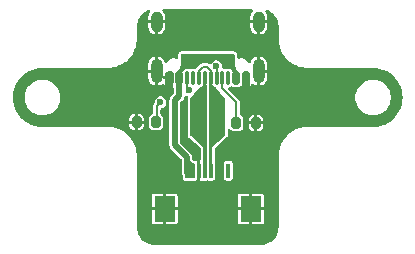
<source format=gbr>
%TF.GenerationSoftware,KiCad,Pcbnew,9.0.0*%
%TF.CreationDate,2025-06-21T10:21:25-05:00*%
%TF.ProjectId,SDC_USB_Breakout,5344435f-5553-4425-9f42-7265616b6f75,rev?*%
%TF.SameCoordinates,Original*%
%TF.FileFunction,Copper,L1,Top*%
%TF.FilePolarity,Positive*%
%FSLAX46Y46*%
G04 Gerber Fmt 4.6, Leading zero omitted, Abs format (unit mm)*
G04 Created by KiCad (PCBNEW 9.0.0) date 2025-06-21 10:21:25*
%MOMM*%
%LPD*%
G01*
G04 APERTURE LIST*
G04 Aperture macros list*
%AMRoundRect*
0 Rectangle with rounded corners*
0 $1 Rounding radius*
0 $2 $3 $4 $5 $6 $7 $8 $9 X,Y pos of 4 corners*
0 Add a 4 corners polygon primitive as box body*
4,1,4,$2,$3,$4,$5,$6,$7,$8,$9,$2,$3,0*
0 Add four circle primitives for the rounded corners*
1,1,$1+$1,$2,$3*
1,1,$1+$1,$4,$5*
1,1,$1+$1,$6,$7*
1,1,$1+$1,$8,$9*
0 Add four rect primitives between the rounded corners*
20,1,$1+$1,$2,$3,$4,$5,0*
20,1,$1+$1,$4,$5,$6,$7,0*
20,1,$1+$1,$6,$7,$8,$9,0*
20,1,$1+$1,$8,$9,$2,$3,0*%
G04 Aperture macros list end*
%TA.AperFunction,Conductor*%
%ADD10C,0.200000*%
%TD*%
%TA.AperFunction,SMDPad,CuDef*%
%ADD11RoundRect,0.200000X-0.200000X-0.275000X0.200000X-0.275000X0.200000X0.275000X-0.200000X0.275000X0*%
%TD*%
%TA.AperFunction,SMDPad,CuDef*%
%ADD12R,0.300000X1.300000*%
%TD*%
%TA.AperFunction,SMDPad,CuDef*%
%ADD13R,1.800000X2.200000*%
%TD*%
%TA.AperFunction,SMDPad,CuDef*%
%ADD14RoundRect,0.150000X0.150000X0.425000X-0.150000X0.425000X-0.150000X-0.425000X0.150000X-0.425000X0*%
%TD*%
%TA.AperFunction,SMDPad,CuDef*%
%ADD15RoundRect,0.075000X0.075000X0.500000X-0.075000X0.500000X-0.075000X-0.500000X0.075000X-0.500000X0*%
%TD*%
%TA.AperFunction,ComponentPad*%
%ADD16O,1.000000X2.100000*%
%TD*%
%TA.AperFunction,ComponentPad*%
%ADD17O,1.000000X1.800000*%
%TD*%
%TA.AperFunction,SMDPad,CuDef*%
%ADD18RoundRect,0.200000X0.200000X0.275000X-0.200000X0.275000X-0.200000X-0.275000X0.200000X-0.275000X0*%
%TD*%
%TA.AperFunction,ViaPad*%
%ADD19C,0.600000*%
%TD*%
%TA.AperFunction,Conductor*%
%ADD20C,0.500000*%
%TD*%
G04 APERTURE END LIST*
%TO.N,GND*%
D10*
X114300000Y-37815685D02*
X114800000Y-37815685D01*
X114800000Y-39815686D01*
X114300000Y-39815686D01*
X114300000Y-37815685D01*
%TA.AperFunction,Conductor*%
G36*
X114300000Y-37815685D02*
G01*
X114800000Y-37815685D01*
X114800000Y-39815686D01*
X114300000Y-39815686D01*
X114300000Y-37815685D01*
G37*
%TD.AperFunction*%
X107800000Y-37815685D02*
X108300000Y-37815685D01*
X108300000Y-39565685D01*
X107800000Y-39565685D01*
X107800000Y-37815685D01*
%TA.AperFunction,Conductor*%
G36*
X107800000Y-37815685D02*
G01*
X108300000Y-37815685D01*
X108300000Y-39565685D01*
X107800000Y-39565685D01*
X107800000Y-37815685D01*
G37*
%TD.AperFunction*%
%TD*%
D11*
%TO.P,R1,1*%
%TO.N,Net-(J2-CC1)*%
X113725000Y-42065686D03*
%TO.P,R1,2*%
%TO.N,GND*%
X115375000Y-42065686D03*
%TD*%
D12*
%TO.P,J1,1,Pin_1*%
%TO.N,VCC*%
X109550001Y-46100000D03*
%TO.P,J1,2,Pin_2*%
X110050000Y-46100000D03*
%TO.P,J1,3,Pin_3*%
%TO.N,GND*%
X110549999Y-46100000D03*
%TO.P,J1,4,Pin_4*%
%TO.N,Net-(J1-Pin_4)*%
X111050000Y-46100000D03*
%TO.P,J1,5,Pin_5*%
%TO.N,Net-(J1-Pin_5)*%
X111550000Y-46100000D03*
%TO.P,J1,6,Pin_6*%
%TO.N,GND*%
X112050001Y-46100000D03*
%TO.P,J1,7,Pin_7*%
X112550000Y-46100000D03*
%TO.P,J1,8,Pin_8*%
%TO.N,unconnected-(J1-Pin_8-Pad8)*%
X113049999Y-46100000D03*
D13*
%TO.P,J1,MP*%
%TO.N,GND*%
X107650000Y-49350000D03*
X114950000Y-49350000D03*
%TD*%
D14*
%TO.P,J2,A1,GND*%
%TO.N,GND*%
X114500000Y-38245686D03*
%TO.P,J2,A4,VBUS*%
%TO.N,VCC*%
X113700000Y-38245686D03*
D15*
%TO.P,J2,A5,CC1*%
%TO.N,Net-(J2-CC1)*%
X112550000Y-38245685D03*
%TO.P,J2,A6,D+*%
%TO.N,Net-(J1-Pin_5)*%
X111550000Y-38245686D03*
%TO.P,J2,A7,D-*%
%TO.N,Net-(J1-Pin_4)*%
X111050000Y-38245686D03*
%TO.P,J2,A8*%
%TO.N,N/C*%
X110050000Y-38245685D03*
D14*
%TO.P,J2,A9,VBUS*%
%TO.N,VCC*%
X108900000Y-38245686D03*
%TO.P,J2,A12,GND*%
%TO.N,GND*%
X108100000Y-38245686D03*
%TO.P,J2,B1,GND*%
X108100000Y-38245686D03*
%TO.P,J2,B4,VBUS*%
%TO.N,VCC*%
X108900000Y-38245686D03*
D15*
%TO.P,J2,B5,CC2*%
%TO.N,Net-(J2-CC2)*%
X109550000Y-38245686D03*
%TO.P,J2,B6,D+*%
%TO.N,Net-(J1-Pin_5)*%
X110550000Y-38245686D03*
%TO.P,J2,B7,D-*%
%TO.N,Net-(J1-Pin_4)*%
X112050000Y-38245686D03*
%TO.P,J2,B8*%
%TO.N,N/C*%
X113050000Y-38245686D03*
D14*
%TO.P,J2,B9,VBUS*%
%TO.N,VCC*%
X113700000Y-38245686D03*
%TO.P,J2,B12,GND*%
%TO.N,GND*%
X114500000Y-38245686D03*
D16*
%TO.P,J2,S1,SHIELD*%
X115620000Y-37670686D03*
D17*
X115620000Y-33490686D03*
D16*
X106980000Y-37670686D03*
D17*
X106980000Y-33490686D03*
%TD*%
D18*
%TO.P,R2,1*%
%TO.N,Net-(J2-CC2)*%
X106925000Y-42000000D03*
%TO.P,R2,2*%
%TO.N,GND*%
X105275000Y-42000000D03*
%TD*%
D19*
%TO.N,Net-(J2-CC2)*%
X109700000Y-39300000D03*
X107300000Y-40315686D03*
%TO.N,GND*%
X109300000Y-43500000D03*
X109300000Y-41600000D03*
X113300000Y-44465685D03*
%TO.N,Net-(J1-Pin_4)*%
X112029603Y-37277746D03*
X110950001Y-40065685D03*
%TD*%
D10*
%TO.N,Net-(J2-CC2)*%
X107000000Y-41965685D02*
X106900000Y-42065685D01*
X107000000Y-40615686D02*
X107000000Y-41965685D01*
X107300000Y-40315686D02*
X107000000Y-40615686D01*
X109550000Y-39150000D02*
X109550000Y-38245686D01*
X109700000Y-39300000D02*
X109550000Y-39150000D01*
%TO.N,Net-(J2-CC1)*%
X112550000Y-38245685D02*
X112550000Y-39150000D01*
X113724999Y-40324999D02*
X113724999Y-42065685D01*
X112550000Y-39150000D02*
X113724999Y-40324999D01*
%TO.N,GND*%
X114500000Y-39515686D02*
X114550000Y-39565686D01*
X108100000Y-38245685D02*
X108100000Y-39515686D01*
X114500000Y-38245685D02*
X114500000Y-39515686D01*
X108100000Y-39515686D02*
X108050000Y-39565686D01*
%TO.N,Net-(J1-Pin_4)*%
X112029603Y-37277746D02*
X112050000Y-37298143D01*
X111050000Y-38245685D02*
X111050000Y-46100000D01*
X112050000Y-37298143D02*
X112050000Y-38245686D01*
%TO.N,Net-(J1-Pin_5)*%
X110550000Y-38245686D02*
X110550000Y-37638276D01*
X111227410Y-37315685D02*
X111550000Y-37638276D01*
X110872590Y-37315686D02*
X111227410Y-37315685D01*
X111550000Y-37638276D02*
X111550000Y-46100000D01*
X110550000Y-37638276D02*
X110872590Y-37315686D01*
D20*
%TO.N,VCC*%
X108500000Y-43900000D02*
X109550000Y-44950000D01*
X108900000Y-39743502D02*
X108500000Y-40143503D01*
X108500000Y-40143503D02*
X108500000Y-43900000D01*
X109550000Y-44950000D02*
X109550000Y-46200000D01*
X108900000Y-38245685D02*
X108900000Y-39743502D01*
%TD*%
%TA.AperFunction,Conductor*%
%TO.N,GND*%
G36*
X112800000Y-45275676D02*
G01*
X112755446Y-45305447D01*
X112711131Y-45371769D01*
X112711130Y-45371770D01*
X112699499Y-45430247D01*
X112699499Y-46769752D01*
X112711130Y-46828229D01*
X112711131Y-46828230D01*
X112755446Y-46894552D01*
X112800000Y-46924322D01*
X112800000Y-47000000D01*
X111800000Y-47000000D01*
X111800000Y-46924321D01*
X111844552Y-46894552D01*
X111888867Y-46828231D01*
X111888867Y-46828229D01*
X111888868Y-46828229D01*
X111900499Y-46769752D01*
X111900500Y-46769750D01*
X111900500Y-45781858D01*
X111901762Y-45764211D01*
X111905001Y-45741685D01*
X111905001Y-45430492D01*
X111905319Y-45421623D01*
X111905500Y-45419098D01*
X111905500Y-45200000D01*
X112800000Y-45200000D01*
X112800000Y-45275676D01*
G37*
%TD.AperFunction*%
%TD*%
%TA.AperFunction,Conductor*%
%TO.N,Net-(J1-Pin_5)*%
G36*
X111663428Y-38785370D02*
G01*
X111709183Y-38838174D01*
X111710950Y-38842231D01*
X111715484Y-38853178D01*
X111715485Y-38853181D01*
X111728085Y-38872038D01*
X111776375Y-38944310D01*
X111812876Y-38968699D01*
X111867505Y-39005201D01*
X111947867Y-39021186D01*
X111947871Y-39021185D01*
X111952562Y-39022119D01*
X112014473Y-39054504D01*
X112027592Y-39069365D01*
X112775226Y-40066944D01*
X112799679Y-40132394D01*
X112800000Y-40141308D01*
X112800000Y-43045146D01*
X112780315Y-43112185D01*
X112759411Y-43136899D01*
X111700000Y-44099999D01*
X111700000Y-45419094D01*
X111698865Y-45422956D01*
X111698944Y-45424161D01*
X111699501Y-45424161D01*
X111699501Y-45741685D01*
X111679816Y-45808724D01*
X111627012Y-45854479D01*
X111575501Y-45865685D01*
X111529000Y-45865685D01*
X111461961Y-45846000D01*
X111416206Y-45793196D01*
X111405000Y-45741685D01*
X111405000Y-45437343D01*
X111405149Y-45431267D01*
X111405170Y-45430832D01*
X111405252Y-45429167D01*
X111405500Y-45419084D01*
X111405500Y-40309834D01*
X111414938Y-40262383D01*
X111416389Y-40258877D01*
X111416393Y-40258871D01*
X111450501Y-40131577D01*
X111450501Y-39999793D01*
X111416393Y-39872499D01*
X111416391Y-39872496D01*
X111416391Y-39872494D01*
X111414935Y-39868978D01*
X111405500Y-39821535D01*
X111405500Y-38889685D01*
X111408050Y-38880999D01*
X111406762Y-38872038D01*
X111417740Y-38847997D01*
X111425185Y-38822646D01*
X111432025Y-38816718D01*
X111435787Y-38808482D01*
X111458021Y-38794192D01*
X111477989Y-38776891D01*
X111488503Y-38774603D01*
X111494565Y-38770708D01*
X111529497Y-38765685D01*
X111596390Y-38765685D01*
X111663428Y-38785370D01*
G37*
%TD.AperFunction*%
%TD*%
%TA.AperFunction,Conductor*%
%TO.N,Net-(J1-Pin_4)*%
G36*
X111143039Y-38785370D02*
G01*
X111188794Y-38838174D01*
X111200000Y-38889685D01*
X111200000Y-45419084D01*
X111199500Y-45429262D01*
X111199500Y-45741685D01*
X111196949Y-45750370D01*
X111198238Y-45759332D01*
X111187259Y-45783372D01*
X111179815Y-45808724D01*
X111172974Y-45814651D01*
X111169213Y-45822888D01*
X111146978Y-45837177D01*
X111127011Y-45854479D01*
X111116496Y-45856766D01*
X111110435Y-45860662D01*
X111075500Y-45865685D01*
X111024499Y-45865685D01*
X110957460Y-45846000D01*
X110911705Y-45793196D01*
X110900499Y-45741685D01*
X110900499Y-45429252D01*
X110900000Y-45419094D01*
X110900000Y-44065687D01*
X110900000Y-44065686D01*
X109845478Y-43202894D01*
X109806058Y-43145207D01*
X109800000Y-43106923D01*
X109800000Y-41667758D01*
X109800500Y-41665892D01*
X109800500Y-41534108D01*
X109800000Y-41532241D01*
X109800000Y-40141308D01*
X109819685Y-40074269D01*
X109824767Y-40066952D01*
X110572406Y-39069367D01*
X110628359Y-39027529D01*
X110647441Y-39022117D01*
X110652126Y-39021185D01*
X110652132Y-39021185D01*
X110732495Y-39005201D01*
X110823624Y-38944310D01*
X110884515Y-38853181D01*
X110884515Y-38853177D01*
X110889053Y-38842227D01*
X110901595Y-38826664D01*
X110909899Y-38808482D01*
X110923072Y-38800015D01*
X110932897Y-38787826D01*
X110951860Y-38781515D01*
X110968677Y-38770708D01*
X110996247Y-38766743D01*
X110999192Y-38765764D01*
X111003584Y-38765685D01*
X111076001Y-38765685D01*
X111143039Y-38785370D01*
G37*
%TD.AperFunction*%
%TD*%
%TA.AperFunction,Conductor*%
%TO.N,VCC*%
G36*
X109753766Y-44974709D02*
G01*
X109790547Y-45034113D01*
X109795000Y-45067044D01*
X109795000Y-45125500D01*
X109799696Y-45169183D01*
X109802649Y-45182759D01*
X109802757Y-45183261D01*
X109802751Y-45183328D01*
X109804524Y-45193642D01*
X109806137Y-45206360D01*
X109807555Y-45211506D01*
X109811539Y-45223299D01*
X109813388Y-45230865D01*
X109813390Y-45230871D01*
X109830252Y-45262518D01*
X109832526Y-45266787D01*
X109842740Y-45290173D01*
X109845181Y-45293478D01*
X109846306Y-45292646D01*
X109855089Y-45309129D01*
X109856394Y-45311579D01*
X109867827Y-45324773D01*
X109873853Y-45332301D01*
X109884248Y-45346374D01*
X109884251Y-45346378D01*
X109884253Y-45346380D01*
X109900403Y-45365654D01*
X109909022Y-45371397D01*
X109919748Y-45382345D01*
X109955262Y-45402209D01*
X109976510Y-45416368D01*
X109981162Y-45418137D01*
X109981162Y-45418136D01*
X109989203Y-45421194D01*
X109999567Y-45426991D01*
X110020943Y-45433267D01*
X110041802Y-45441201D01*
X110098879Y-45454003D01*
X110098885Y-45454003D01*
X110102637Y-45454845D01*
X110163743Y-45488724D01*
X110196832Y-45550262D01*
X110199499Y-45575839D01*
X110199499Y-46621000D01*
X110196948Y-46629685D01*
X110198237Y-46638647D01*
X110187258Y-46662687D01*
X110179814Y-46688039D01*
X110172973Y-46693966D01*
X110169212Y-46702203D01*
X110146977Y-46716492D01*
X110127010Y-46733794D01*
X110116495Y-46736081D01*
X110110434Y-46739977D01*
X110075499Y-46745000D01*
X109912701Y-46745000D01*
X109888510Y-46742617D01*
X109875238Y-46739977D01*
X109864295Y-46737800D01*
X109864285Y-46737798D01*
X109852828Y-46736669D01*
X109824192Y-46733849D01*
X109775809Y-46733849D01*
X109772267Y-46734197D01*
X109735734Y-46737794D01*
X109735726Y-46737795D01*
X109725188Y-46739891D01*
X109711474Y-46742618D01*
X109687292Y-46745000D01*
X109529001Y-46745000D01*
X109461962Y-46725315D01*
X109416207Y-46672511D01*
X109405001Y-46621000D01*
X109405001Y-46527140D01*
X109403600Y-46516503D01*
X109397998Y-46473951D01*
X109381384Y-46411950D01*
X109360854Y-46362387D01*
X109360848Y-46362377D01*
X109360846Y-46362372D01*
X109329860Y-46308706D01*
X109317470Y-46278797D01*
X109309223Y-46248017D01*
X109305000Y-46215929D01*
X109305000Y-45430044D01*
X109324685Y-45363005D01*
X109325826Y-45361261D01*
X109567826Y-44998261D01*
X109621391Y-44953400D01*
X109690707Y-44944620D01*
X109753766Y-44974709D01*
G37*
%TD.AperFunction*%
%TD*%
%TA.AperFunction,Conductor*%
%TO.N,VCC*%
G36*
X113543039Y-36219685D02*
G01*
X113588794Y-36272489D01*
X113600000Y-36324000D01*
X113600000Y-37200002D01*
X113605320Y-37217573D01*
X113604297Y-37217882D01*
X113612113Y-37238678D01*
X113612397Y-37238602D01*
X113613172Y-37241497D01*
X113614211Y-37244260D01*
X113614499Y-37246447D01*
X113653719Y-37392822D01*
X113684832Y-37446710D01*
X113729485Y-37524051D01*
X113729487Y-37524053D01*
X113793753Y-37588319D01*
X113804365Y-37607755D01*
X113818866Y-37624489D01*
X113820782Y-37637820D01*
X113827238Y-37649642D01*
X113825658Y-37671728D01*
X113828810Y-37693647D01*
X113823214Y-37705898D01*
X113822254Y-37719334D01*
X113808983Y-37737060D01*
X113799785Y-37757203D01*
X113788453Y-37764485D01*
X113780382Y-37775267D01*
X113759636Y-37783004D01*
X113741007Y-37794977D01*
X113719088Y-37798128D01*
X113714918Y-37799684D01*
X113706072Y-37800000D01*
X113518464Y-37800000D01*
X113451425Y-37780315D01*
X113405670Y-37727511D01*
X113396847Y-37700193D01*
X113384515Y-37638191D01*
X113355520Y-37594797D01*
X113323624Y-37547061D01*
X113268995Y-37510560D01*
X113232495Y-37486171D01*
X113232493Y-37486170D01*
X113232490Y-37486169D01*
X113152135Y-37470186D01*
X112947870Y-37470186D01*
X112895288Y-37480645D01*
X112867505Y-37486171D01*
X112867504Y-37486171D01*
X112867501Y-37486172D01*
X112856220Y-37490845D01*
X112855621Y-37489400D01*
X112802204Y-37506122D01*
X112770327Y-37502539D01*
X112749200Y-37497332D01*
X112732495Y-37486170D01*
X112652133Y-37470185D01*
X112639049Y-37470185D01*
X112624430Y-37466582D01*
X112606721Y-37456272D01*
X112587064Y-37450500D01*
X112577144Y-37439052D01*
X112564049Y-37431428D01*
X112554724Y-37413178D01*
X112541309Y-37397696D01*
X112537227Y-37378932D01*
X112532259Y-37369209D01*
X112533152Y-37360201D01*
X112530103Y-37346185D01*
X112530103Y-37211856D01*
X112530103Y-37211854D01*
X112495995Y-37084560D01*
X112430103Y-36970432D01*
X112336917Y-36877246D01*
X112279853Y-36844300D01*
X112222790Y-36811354D01*
X112159142Y-36794300D01*
X112095495Y-36777246D01*
X111963711Y-36777246D01*
X111836415Y-36811354D01*
X111722289Y-36877246D01*
X111722286Y-36877248D01*
X111629105Y-36970429D01*
X111629101Y-36970435D01*
X111591194Y-37036090D01*
X111584190Y-37042767D01*
X111580505Y-37051713D01*
X111559316Y-37066483D01*
X111540626Y-37084304D01*
X111531127Y-37086134D01*
X111523188Y-37091669D01*
X111497374Y-37092639D01*
X111472019Y-37097526D01*
X111461177Y-37094000D01*
X111453368Y-37094294D01*
X111435598Y-37085681D01*
X111420735Y-37080848D01*
X111412936Y-37076240D01*
X111411921Y-37075225D01*
X111411920Y-37075224D01*
X111381537Y-37057683D01*
X111381064Y-37057410D01*
X111380988Y-37057365D01*
X111343404Y-37035666D01*
X111343401Y-37035664D01*
X111305185Y-37025424D01*
X111266972Y-37015185D01*
X111187849Y-37015185D01*
X111187848Y-37015185D01*
X110833028Y-37015185D01*
X110756600Y-37035665D01*
X110756599Y-37035665D01*
X110706440Y-37064625D01*
X110688082Y-37075223D01*
X110688077Y-37075227D01*
X110365489Y-37397816D01*
X110365488Y-37397817D01*
X110316594Y-37446710D01*
X110255271Y-37480194D01*
X110204723Y-37480645D01*
X110152135Y-37470185D01*
X109947870Y-37470185D01*
X109867503Y-37486170D01*
X109856218Y-37490845D01*
X109855619Y-37489399D01*
X109802205Y-37506122D01*
X109744055Y-37490166D01*
X109743775Y-37490844D01*
X109738380Y-37488609D01*
X109734826Y-37487634D01*
X109732649Y-37486235D01*
X109732490Y-37486169D01*
X109652135Y-37470186D01*
X109447870Y-37470186D01*
X109367504Y-37486171D01*
X109276375Y-37547061D01*
X109215485Y-37638191D01*
X109215483Y-37638195D01*
X109203152Y-37700191D01*
X109188437Y-37728321D01*
X109175248Y-37757203D01*
X109172359Y-37759059D01*
X109170768Y-37762102D01*
X109143180Y-37777811D01*
X109116470Y-37794977D01*
X109111875Y-37795637D01*
X109110052Y-37796676D01*
X109081535Y-37800000D01*
X108893928Y-37800000D01*
X108826889Y-37780315D01*
X108781134Y-37727511D01*
X108771190Y-37658353D01*
X108800215Y-37594797D01*
X108806247Y-37588319D01*
X108819341Y-37575225D01*
X108870515Y-37524051D01*
X108946281Y-37392821D01*
X108985500Y-37246452D01*
X108985500Y-37246440D01*
X108985786Y-37244272D01*
X108986823Y-37241512D01*
X108987603Y-37238602D01*
X108987888Y-37238678D01*
X108995703Y-37217883D01*
X108994680Y-37217573D01*
X109000000Y-37200002D01*
X109000000Y-36324000D01*
X109019685Y-36256961D01*
X109072489Y-36211206D01*
X109124000Y-36200000D01*
X113476000Y-36200000D01*
X113543039Y-36219685D01*
G37*
%TD.AperFunction*%
%TD*%
%TA.AperFunction,Conductor*%
%TO.N,GND*%
G36*
X115087911Y-32420185D02*
G01*
X115133666Y-32472989D01*
X115143610Y-32542147D01*
X115114585Y-32605703D01*
X115108554Y-32612180D01*
X115076275Y-32644459D01*
X114999671Y-32759106D01*
X114999664Y-32759119D01*
X114946902Y-32886499D01*
X114946899Y-32886509D01*
X114920000Y-33021739D01*
X114920000Y-33365686D01*
X115320000Y-33365686D01*
X115320000Y-33615686D01*
X114920000Y-33615686D01*
X114920000Y-33959632D01*
X114919999Y-33959632D01*
X114946899Y-34094862D01*
X114946902Y-34094872D01*
X114999664Y-34222252D01*
X114999671Y-34222265D01*
X115076275Y-34336912D01*
X115173773Y-34434410D01*
X115288420Y-34511014D01*
X115288433Y-34511021D01*
X115415814Y-34563783D01*
X115415826Y-34563786D01*
X115495000Y-34579535D01*
X115495000Y-34164928D01*
X115504204Y-34170242D01*
X115580504Y-34190686D01*
X115659496Y-34190686D01*
X115735796Y-34170242D01*
X115745000Y-34164928D01*
X115745000Y-34579534D01*
X115824173Y-34563786D01*
X115824185Y-34563783D01*
X115951566Y-34511021D01*
X115951579Y-34511014D01*
X116066226Y-34434410D01*
X116163724Y-34336912D01*
X116240328Y-34222265D01*
X116240335Y-34222252D01*
X116293097Y-34094872D01*
X116293100Y-34094862D01*
X116320000Y-33959632D01*
X116320000Y-33615686D01*
X115920000Y-33615686D01*
X115920000Y-33365686D01*
X116320000Y-33365686D01*
X116320000Y-33021739D01*
X116293100Y-32886509D01*
X116293097Y-32886499D01*
X116240335Y-32759119D01*
X116240328Y-32759107D01*
X116194485Y-32690498D01*
X116184999Y-32660204D01*
X116173903Y-32630454D01*
X116174633Y-32627097D01*
X116173607Y-32623821D01*
X116182004Y-32593208D01*
X116188754Y-32562181D01*
X116191182Y-32559752D01*
X116192091Y-32556441D01*
X116215711Y-32535223D01*
X116238160Y-32512775D01*
X116241514Y-32512045D01*
X116244070Y-32509750D01*
X116275409Y-32504671D01*
X116306432Y-32497923D01*
X116310968Y-32498909D01*
X116313040Y-32498574D01*
X116340920Y-32505425D01*
X116390405Y-32523881D01*
X116414608Y-32532909D01*
X116430694Y-32540255D01*
X116562415Y-32612180D01*
X116602907Y-32634290D01*
X116617790Y-32643855D01*
X116774863Y-32761438D01*
X116788234Y-32773024D01*
X116926972Y-32911762D01*
X116938558Y-32925133D01*
X117056145Y-33082211D01*
X117065709Y-33097092D01*
X117065710Y-33097094D01*
X117159742Y-33269299D01*
X117167092Y-33285393D01*
X117235660Y-33469233D01*
X117240644Y-33486208D01*
X117282351Y-33677931D01*
X117284869Y-33695442D01*
X117299183Y-33895565D01*
X117299499Y-33904412D01*
X117299499Y-34974519D01*
X117299501Y-34974548D01*
X117299501Y-35051253D01*
X117335964Y-35351552D01*
X117378202Y-35522915D01*
X117408360Y-35645271D01*
X117433171Y-35710691D01*
X117515628Y-35928113D01*
X117515629Y-35928114D01*
X117515631Y-35928119D01*
X117515631Y-35928120D01*
X117615944Y-36119249D01*
X117656209Y-36195967D01*
X117704616Y-36266096D01*
X117828047Y-36444918D01*
X117828049Y-36444920D01*
X117828051Y-36444923D01*
X117877155Y-36500350D01*
X118028647Y-36671351D01*
X118193418Y-36817324D01*
X118255076Y-36871948D01*
X118504032Y-37043791D01*
X118771886Y-37184371D01*
X118935580Y-37246452D01*
X119054727Y-37291639D01*
X119054729Y-37291639D01*
X119054733Y-37291641D01*
X119348447Y-37364035D01*
X119585520Y-37392821D01*
X119648743Y-37400498D01*
X119648745Y-37400498D01*
X119719664Y-37400498D01*
X119719672Y-37400499D01*
X119734106Y-37400499D01*
X119799997Y-37400499D01*
X119865890Y-37400499D01*
X125234107Y-37400499D01*
X125296248Y-37400499D01*
X125303735Y-37400725D01*
X125593796Y-37418270D01*
X125608657Y-37420074D01*
X125615758Y-37421376D01*
X125890797Y-37471779D01*
X125905334Y-37475362D01*
X126179172Y-37560694D01*
X126193163Y-37565999D01*
X126454743Y-37683726D01*
X126467989Y-37690679D01*
X126713460Y-37839071D01*
X126725776Y-37847572D01*
X126951573Y-38024472D01*
X126962781Y-38034402D01*
X127165596Y-38237217D01*
X127175526Y-38248425D01*
X127222690Y-38308625D01*
X127352425Y-38474219D01*
X127360927Y-38486536D01*
X127374768Y-38509432D01*
X127509316Y-38732003D01*
X127516275Y-38745262D01*
X127633998Y-39006831D01*
X127639307Y-39020832D01*
X127724636Y-39294663D01*
X127728220Y-39309201D01*
X127779924Y-39591339D01*
X127781729Y-39606204D01*
X127799048Y-39892513D01*
X127799048Y-39907487D01*
X127781729Y-40193795D01*
X127779924Y-40208660D01*
X127728220Y-40490798D01*
X127724636Y-40505336D01*
X127639307Y-40779167D01*
X127633998Y-40793168D01*
X127516275Y-41054737D01*
X127509316Y-41067996D01*
X127360929Y-41313460D01*
X127352423Y-41325783D01*
X127175526Y-41551574D01*
X127165596Y-41562782D01*
X126962781Y-41765597D01*
X126951573Y-41775527D01*
X126725782Y-41952423D01*
X126713459Y-41960929D01*
X126467995Y-42109317D01*
X126454736Y-42116276D01*
X126193168Y-42233998D01*
X126179167Y-42239307D01*
X125905335Y-42324636D01*
X125890797Y-42328220D01*
X125608659Y-42379924D01*
X125593794Y-42381729D01*
X125303752Y-42399274D01*
X125296265Y-42399500D01*
X119851360Y-42399500D01*
X119851356Y-42399499D01*
X119648742Y-42399499D01*
X119393824Y-42430453D01*
X119348446Y-42435963D01*
X119226634Y-42465987D01*
X119054726Y-42508358D01*
X118771880Y-42615628D01*
X118504033Y-42756206D01*
X118504024Y-42756212D01*
X118255076Y-42928047D01*
X118255070Y-42928052D01*
X118028650Y-43128643D01*
X117989811Y-43172484D01*
X117828049Y-43355076D01*
X117828047Y-43355078D01*
X117828045Y-43355081D01*
X117656210Y-43604026D01*
X117656205Y-43604035D01*
X117515627Y-43871882D01*
X117408357Y-44154727D01*
X117385920Y-44245759D01*
X117335962Y-44448449D01*
X117321376Y-44568568D01*
X117299499Y-44748745D01*
X117299499Y-50895573D01*
X117299183Y-50904420D01*
X117284868Y-51104558D01*
X117282350Y-51122069D01*
X117240645Y-51313787D01*
X117235661Y-51330763D01*
X117167089Y-51514609D01*
X117159739Y-51530702D01*
X117065710Y-51702904D01*
X117056145Y-51717788D01*
X116938560Y-51874862D01*
X116926975Y-51888232D01*
X116788230Y-52026978D01*
X116774858Y-52038564D01*
X116617790Y-52156143D01*
X116602907Y-52165708D01*
X116430700Y-52259740D01*
X116414607Y-52267090D01*
X116230763Y-52335661D01*
X116213787Y-52340645D01*
X116022068Y-52382350D01*
X116004557Y-52384868D01*
X115823779Y-52397798D01*
X115804417Y-52399183D01*
X115795572Y-52399499D01*
X106804427Y-52399499D01*
X106795581Y-52399183D01*
X106773621Y-52397612D01*
X106595441Y-52384868D01*
X106577930Y-52382350D01*
X106386212Y-52340645D01*
X106369236Y-52335661D01*
X106185390Y-52267089D01*
X106169298Y-52259739D01*
X105997095Y-52165710D01*
X105982210Y-52156145D01*
X105982207Y-52156143D01*
X105825133Y-52038558D01*
X105811763Y-52026972D01*
X105673027Y-51888236D01*
X105661441Y-51874866D01*
X105661438Y-51874862D01*
X105543850Y-51717784D01*
X105534289Y-51702904D01*
X105440260Y-51530701D01*
X105432910Y-51514609D01*
X105364335Y-51330755D01*
X105359356Y-51313796D01*
X105317648Y-51122065D01*
X105315131Y-51104556D01*
X105305214Y-50965904D01*
X105300813Y-50904373D01*
X105300498Y-50895535D01*
X105300498Y-50469702D01*
X106550000Y-50469702D01*
X106561602Y-50528033D01*
X106561603Y-50528034D01*
X106605808Y-50594191D01*
X106671965Y-50638396D01*
X106671966Y-50638397D01*
X106730297Y-50649999D01*
X106730301Y-50650000D01*
X107525000Y-50650000D01*
X107775000Y-50650000D01*
X108569699Y-50650000D01*
X108569702Y-50649999D01*
X108628033Y-50638397D01*
X108628034Y-50638396D01*
X108694191Y-50594191D01*
X108738396Y-50528034D01*
X108738397Y-50528033D01*
X108749999Y-50469702D01*
X113850000Y-50469702D01*
X113861602Y-50528033D01*
X113861603Y-50528034D01*
X113905808Y-50594191D01*
X113971965Y-50638396D01*
X113971966Y-50638397D01*
X114030297Y-50649999D01*
X114030301Y-50650000D01*
X114825000Y-50650000D01*
X115075000Y-50650000D01*
X115869699Y-50650000D01*
X115869702Y-50649999D01*
X115928033Y-50638397D01*
X115928034Y-50638396D01*
X115994191Y-50594191D01*
X116038396Y-50528034D01*
X116038397Y-50528033D01*
X116049999Y-50469702D01*
X116050000Y-50469699D01*
X116050000Y-49475000D01*
X115075000Y-49475000D01*
X115075000Y-50650000D01*
X114825000Y-50650000D01*
X114825000Y-49475000D01*
X113850000Y-49475000D01*
X113850000Y-50469702D01*
X108749999Y-50469702D01*
X108750000Y-50469699D01*
X108750000Y-49475000D01*
X107775000Y-49475000D01*
X107775000Y-50650000D01*
X107525000Y-50650000D01*
X107525000Y-49475000D01*
X106550000Y-49475000D01*
X106550000Y-50469702D01*
X105300498Y-50469702D01*
X105300498Y-48230297D01*
X106550000Y-48230297D01*
X106550000Y-49225000D01*
X107525000Y-49225000D01*
X107775000Y-49225000D01*
X108750000Y-49225000D01*
X108750000Y-48230301D01*
X108749999Y-48230297D01*
X113850000Y-48230297D01*
X113850000Y-49225000D01*
X114825000Y-49225000D01*
X115075000Y-49225000D01*
X116050000Y-49225000D01*
X116050000Y-48230301D01*
X116049999Y-48230297D01*
X116038397Y-48171966D01*
X116038396Y-48171965D01*
X115994191Y-48105808D01*
X115928034Y-48061603D01*
X115928033Y-48061602D01*
X115869702Y-48050000D01*
X115075000Y-48050000D01*
X115075000Y-49225000D01*
X114825000Y-49225000D01*
X114825000Y-48050000D01*
X114030297Y-48050000D01*
X113971966Y-48061602D01*
X113971965Y-48061603D01*
X113905808Y-48105808D01*
X113861603Y-48171965D01*
X113861602Y-48171966D01*
X113850000Y-48230297D01*
X108749999Y-48230297D01*
X108738397Y-48171966D01*
X108738396Y-48171965D01*
X108694191Y-48105808D01*
X108628034Y-48061603D01*
X108628033Y-48061602D01*
X108569702Y-48050000D01*
X107775000Y-48050000D01*
X107775000Y-49225000D01*
X107525000Y-49225000D01*
X107525000Y-48050000D01*
X106730297Y-48050000D01*
X106671966Y-48061602D01*
X106671965Y-48061603D01*
X106605808Y-48105808D01*
X106561603Y-48171965D01*
X106561602Y-48171966D01*
X106550000Y-48230297D01*
X105300498Y-48230297D01*
X105300498Y-44951369D01*
X105300502Y-44951355D01*
X105300502Y-44748747D01*
X105292237Y-44680682D01*
X105264039Y-44448450D01*
X105191645Y-44154735D01*
X105191644Y-44154732D01*
X105191643Y-44154728D01*
X105151800Y-44049672D01*
X105084375Y-43871887D01*
X104943794Y-43604032D01*
X104813841Y-43415762D01*
X104771954Y-43355077D01*
X104771949Y-43355071D01*
X104571354Y-43128647D01*
X104571352Y-43128645D01*
X104344928Y-42928050D01*
X104344922Y-42928045D01*
X104095974Y-42756210D01*
X104095972Y-42756209D01*
X104095968Y-42756206D01*
X103972701Y-42691510D01*
X103828120Y-42615628D01*
X103828115Y-42615626D01*
X103828113Y-42615625D01*
X103730845Y-42578736D01*
X103545271Y-42508356D01*
X103429819Y-42479900D01*
X103251550Y-42435961D01*
X103071370Y-42414083D01*
X102951252Y-42399498D01*
X102951250Y-42399498D01*
X102799997Y-42399498D01*
X102734105Y-42399498D01*
X102734104Y-42399498D01*
X97303747Y-42399498D01*
X97296261Y-42399272D01*
X97006205Y-42381728D01*
X96991339Y-42379923D01*
X96709201Y-42328219D01*
X96694663Y-42324635D01*
X96636398Y-42306479D01*
X104675001Y-42306479D01*
X104689835Y-42400149D01*
X104689837Y-42400155D01*
X104747356Y-42513041D01*
X104747363Y-42513050D01*
X104836949Y-42602636D01*
X104836953Y-42602639D01*
X104949855Y-42660166D01*
X105043514Y-42674999D01*
X105149999Y-42674999D01*
X105400000Y-42674999D01*
X105506479Y-42674999D01*
X105600149Y-42660164D01*
X105600155Y-42660162D01*
X105713041Y-42602643D01*
X105713050Y-42602636D01*
X105802636Y-42513050D01*
X105802639Y-42513046D01*
X105860166Y-42400144D01*
X105875000Y-42306486D01*
X105875000Y-42125000D01*
X105400000Y-42125000D01*
X105400000Y-42674999D01*
X105149999Y-42674999D01*
X105150000Y-42674998D01*
X105150000Y-42125000D01*
X104675001Y-42125000D01*
X104675001Y-42306479D01*
X96636398Y-42306479D01*
X96420824Y-42239304D01*
X96406826Y-42233995D01*
X96196476Y-42139324D01*
X96145268Y-42116277D01*
X96132010Y-42109319D01*
X95886540Y-41960928D01*
X95874216Y-41952421D01*
X95859237Y-41940686D01*
X95648426Y-41775525D01*
X95637218Y-41765595D01*
X95565136Y-41693513D01*
X104675000Y-41693513D01*
X104675000Y-41875000D01*
X105150000Y-41875000D01*
X105400000Y-41875000D01*
X105874999Y-41875000D01*
X105874999Y-41693520D01*
X105874992Y-41693475D01*
X106324500Y-41693475D01*
X106324500Y-42306517D01*
X106334898Y-42372165D01*
X106339354Y-42400304D01*
X106396950Y-42513342D01*
X106396952Y-42513344D01*
X106396954Y-42513347D01*
X106486652Y-42603045D01*
X106486654Y-42603046D01*
X106486658Y-42603050D01*
X106598746Y-42660162D01*
X106599698Y-42660647D01*
X106687116Y-42674491D01*
X106690311Y-42674998D01*
X106693475Y-42675499D01*
X106693481Y-42675500D01*
X107156518Y-42675499D01*
X107250304Y-42660646D01*
X107363342Y-42603050D01*
X107453050Y-42513342D01*
X107510646Y-42400304D01*
X107510646Y-42400302D01*
X107510647Y-42400301D01*
X107522277Y-42326869D01*
X107525500Y-42306519D01*
X107525499Y-41693482D01*
X107510646Y-41599696D01*
X107453050Y-41486658D01*
X107453046Y-41486654D01*
X107453045Y-41486652D01*
X107363343Y-41396950D01*
X107355448Y-41391214D01*
X107357098Y-41388942D01*
X107317396Y-41351431D01*
X107300500Y-41288942D01*
X107300500Y-40928856D01*
X107320185Y-40861817D01*
X107372989Y-40816062D01*
X107392402Y-40809082D01*
X107493186Y-40782078D01*
X107607314Y-40716186D01*
X107700500Y-40623000D01*
X107766392Y-40508872D01*
X107800500Y-40381578D01*
X107800500Y-40249794D01*
X107766392Y-40122500D01*
X107700500Y-40008372D01*
X107607314Y-39915186D01*
X107550250Y-39882240D01*
X107493187Y-39849294D01*
X107387075Y-39820862D01*
X107365892Y-39815186D01*
X107234108Y-39815186D01*
X107106812Y-39849294D01*
X106992686Y-39915186D01*
X106992683Y-39915188D01*
X106899502Y-40008369D01*
X106899500Y-40008372D01*
X106833608Y-40122498D01*
X106799500Y-40249794D01*
X106799500Y-40339852D01*
X106779815Y-40406891D01*
X106763186Y-40427529D01*
X106759540Y-40431174D01*
X106759535Y-40431182D01*
X106719982Y-40499690D01*
X106719979Y-40499695D01*
X106699500Y-40576125D01*
X106699500Y-41217640D01*
X106679815Y-41284679D01*
X106627011Y-41330434D01*
X106608842Y-41335911D01*
X106608981Y-41336337D01*
X106599699Y-41339352D01*
X106544297Y-41367580D01*
X106486658Y-41396950D01*
X106486657Y-41396951D01*
X106486652Y-41396954D01*
X106396954Y-41486652D01*
X106396951Y-41486657D01*
X106396950Y-41486658D01*
X106394547Y-41491374D01*
X106339352Y-41599698D01*
X106324500Y-41693475D01*
X105874992Y-41693475D01*
X105860164Y-41599850D01*
X105860162Y-41599844D01*
X105802643Y-41486958D01*
X105802636Y-41486949D01*
X105713050Y-41397363D01*
X105713046Y-41397360D01*
X105600144Y-41339833D01*
X105506486Y-41325000D01*
X105400000Y-41325000D01*
X105400000Y-41875000D01*
X105150000Y-41875000D01*
X105150000Y-41325000D01*
X105043520Y-41325000D01*
X104949849Y-41339835D01*
X104949844Y-41339837D01*
X104836958Y-41397356D01*
X104836949Y-41397363D01*
X104747363Y-41486949D01*
X104747360Y-41486953D01*
X104689833Y-41599855D01*
X104675000Y-41693513D01*
X95565136Y-41693513D01*
X95434403Y-41562781D01*
X95424473Y-41551573D01*
X95377310Y-41491374D01*
X95247573Y-41325776D01*
X95239071Y-41313458D01*
X95090680Y-41067987D01*
X95083722Y-41054730D01*
X94966000Y-40793163D01*
X94960698Y-40779182D01*
X94875363Y-40505334D01*
X94871780Y-40490797D01*
X94826214Y-40242152D01*
X94820075Y-40208657D01*
X94818271Y-40193794D01*
X94800952Y-39907472D01*
X94800952Y-39892527D01*
X94807643Y-39781901D01*
X95799499Y-39781901D01*
X95799499Y-40018096D01*
X95836445Y-40251367D01*
X95909432Y-40475995D01*
X95984337Y-40623002D01*
X96016656Y-40686432D01*
X96155482Y-40877509D01*
X96322489Y-41044516D01*
X96513566Y-41183342D01*
X96580880Y-41217640D01*
X96724002Y-41290565D01*
X96724004Y-41290565D01*
X96724007Y-41290567D01*
X96803556Y-41316414D01*
X96948630Y-41363552D01*
X97181902Y-41400499D01*
X97181907Y-41400499D01*
X97418096Y-41400499D01*
X97651367Y-41363552D01*
X97688671Y-41351431D01*
X97875991Y-41290567D01*
X98086432Y-41183342D01*
X98277509Y-41044516D01*
X98444516Y-40877509D01*
X98583342Y-40686432D01*
X98690567Y-40475991D01*
X98763552Y-40251367D01*
X98768989Y-40217039D01*
X98800499Y-40018096D01*
X98800499Y-39781901D01*
X98763552Y-39548630D01*
X98727775Y-39438521D01*
X98690567Y-39324007D01*
X98690565Y-39324004D01*
X98690565Y-39324002D01*
X98583341Y-39113565D01*
X98578436Y-39106814D01*
X98444516Y-38922489D01*
X98277509Y-38755482D01*
X98086432Y-38616656D01*
X97875995Y-38509432D01*
X97651367Y-38436445D01*
X97418096Y-38399499D01*
X97418091Y-38399499D01*
X97181907Y-38399499D01*
X97181902Y-38399499D01*
X96948630Y-38436445D01*
X96724002Y-38509432D01*
X96513565Y-38616656D01*
X96404549Y-38695861D01*
X96322489Y-38755482D01*
X96322487Y-38755484D01*
X96322486Y-38755484D01*
X96155484Y-38922486D01*
X96155484Y-38922487D01*
X96155482Y-38922489D01*
X96116395Y-38976288D01*
X96016656Y-39113565D01*
X95909432Y-39324002D01*
X95836445Y-39548630D01*
X95799499Y-39781901D01*
X94807643Y-39781901D01*
X94818271Y-39606201D01*
X94820076Y-39591340D01*
X94848082Y-39438521D01*
X94871780Y-39309198D01*
X94875364Y-39294664D01*
X94960699Y-39020812D01*
X94965997Y-39006842D01*
X95083727Y-38745258D01*
X95090680Y-38732012D01*
X95160414Y-38616657D01*
X95239075Y-38486534D01*
X95247567Y-38474230D01*
X95392190Y-38289632D01*
X106279999Y-38289632D01*
X106306899Y-38424862D01*
X106306902Y-38424872D01*
X106359664Y-38552252D01*
X106359671Y-38552265D01*
X106436275Y-38666912D01*
X106533773Y-38764410D01*
X106648420Y-38841014D01*
X106648433Y-38841021D01*
X106775814Y-38893783D01*
X106775826Y-38893786D01*
X106855000Y-38909535D01*
X106855000Y-38494928D01*
X106864204Y-38500242D01*
X106940504Y-38520686D01*
X107019496Y-38520686D01*
X107095796Y-38500242D01*
X107105000Y-38494928D01*
X107105000Y-38909534D01*
X107184173Y-38893786D01*
X107184185Y-38893783D01*
X107311566Y-38841021D01*
X107311579Y-38841014D01*
X107426226Y-38764410D01*
X107430939Y-38760543D01*
X107432164Y-38762036D01*
X107485621Y-38732833D01*
X107555313Y-38737803D01*
X107611256Y-38779663D01*
X107623405Y-38799534D01*
X107661215Y-38876877D01*
X107743811Y-38959473D01*
X107848747Y-39010772D01*
X107916786Y-39020685D01*
X107974999Y-39020684D01*
X107975000Y-39020684D01*
X107975000Y-38370686D01*
X107594000Y-38370686D01*
X107585314Y-38368135D01*
X107576353Y-38369424D01*
X107552312Y-38358445D01*
X107526961Y-38351001D01*
X107521033Y-38344160D01*
X107512797Y-38340399D01*
X107498507Y-38318164D01*
X107481206Y-38298197D01*
X107478918Y-38287682D01*
X107475023Y-38281621D01*
X107470000Y-38246686D01*
X107470000Y-38244686D01*
X107489685Y-38177647D01*
X107542489Y-38131892D01*
X107594000Y-38120686D01*
X107976000Y-38120686D01*
X108043039Y-38140371D01*
X108088794Y-38193175D01*
X108100000Y-38244686D01*
X108100000Y-38245686D01*
X108101000Y-38245686D01*
X108168039Y-38265371D01*
X108213794Y-38318175D01*
X108225000Y-38369686D01*
X108225000Y-39020685D01*
X108283222Y-39020685D01*
X108307621Y-39017130D01*
X108376799Y-39026943D01*
X108429689Y-39072598D01*
X108449500Y-39139600D01*
X108449500Y-39505537D01*
X108429815Y-39572576D01*
X108413181Y-39593218D01*
X108139511Y-39866888D01*
X108139510Y-39866890D01*
X108091686Y-39949724D01*
X108091685Y-39949726D01*
X108080203Y-39969612D01*
X108080201Y-39969615D01*
X108067673Y-40016371D01*
X108049500Y-40084194D01*
X108049500Y-40084196D01*
X108049500Y-43959308D01*
X108073712Y-44049672D01*
X108080200Y-44073885D01*
X108080200Y-44073886D01*
X108080201Y-44073887D01*
X108139511Y-44176614D01*
X108139513Y-44176616D01*
X109063181Y-45100284D01*
X109096666Y-45161607D01*
X109099500Y-45187965D01*
X109099500Y-46259309D01*
X109127684Y-46364494D01*
X109130202Y-46373890D01*
X109130203Y-46373891D01*
X109182887Y-46465140D01*
X109199501Y-46527141D01*
X109199501Y-46769752D01*
X109211132Y-46828229D01*
X109211133Y-46828230D01*
X109255448Y-46894552D01*
X109321770Y-46938867D01*
X109321771Y-46938868D01*
X109380248Y-46950499D01*
X109380251Y-46950500D01*
X109380253Y-46950500D01*
X109719750Y-46950500D01*
X109750482Y-46944386D01*
X109775809Y-46939349D01*
X109824192Y-46939349D01*
X109880249Y-46950500D01*
X109880252Y-46950500D01*
X110219749Y-46950500D01*
X110231707Y-46948121D01*
X110277090Y-46939094D01*
X110325470Y-46939094D01*
X110380296Y-46949999D01*
X110380300Y-46950000D01*
X110424999Y-46950000D01*
X110424999Y-45250000D01*
X110380302Y-45250000D01*
X110325471Y-45260906D01*
X110291639Y-45262913D01*
X110279475Y-45261964D01*
X110278231Y-45261133D01*
X110219748Y-45249500D01*
X110119666Y-45249500D01*
X110114858Y-45249125D01*
X110086526Y-45238349D01*
X110057461Y-45229815D01*
X110054204Y-45226056D01*
X110049552Y-45224287D01*
X110031543Y-45199905D01*
X110011706Y-45177011D01*
X110010483Y-45171390D01*
X110008042Y-45168085D01*
X110007307Y-45156791D01*
X110000500Y-45125500D01*
X110000500Y-44890693D01*
X110000500Y-44890691D01*
X109969799Y-44776114D01*
X109969799Y-44776113D01*
X109910489Y-44673386D01*
X108986819Y-43749716D01*
X108953334Y-43688393D01*
X108950500Y-43662035D01*
X108950500Y-40381467D01*
X108970185Y-40314428D01*
X108986819Y-40293786D01*
X109086811Y-40193794D01*
X109260490Y-40020115D01*
X109319799Y-39917388D01*
X109329053Y-39882853D01*
X109333331Y-39866889D01*
X109338302Y-39848333D01*
X109343491Y-39839817D01*
X109344822Y-39829932D01*
X109361373Y-39810477D01*
X109374664Y-39788671D01*
X109383634Y-39784312D01*
X109390097Y-39776717D01*
X109414535Y-39769300D01*
X109437509Y-39758139D01*
X109449193Y-39758781D01*
X109456956Y-39756426D01*
X109476944Y-39760308D01*
X109491935Y-39761133D01*
X109503284Y-39764354D01*
X109506814Y-39766392D01*
X109572071Y-39783877D01*
X109572954Y-39784128D01*
X109601749Y-39802267D01*
X109630851Y-39820006D01*
X109631267Y-39820862D01*
X109632071Y-39821369D01*
X109646490Y-39852201D01*
X109661380Y-39882853D01*
X109661267Y-39883797D01*
X109661670Y-39884659D01*
X109657126Y-39918429D01*
X109653085Y-39952228D01*
X109652364Y-39953818D01*
X109652353Y-39953905D01*
X109652294Y-39953974D01*
X109650950Y-39956942D01*
X109650904Y-39957038D01*
X109650902Y-39957041D01*
X109627370Y-40006214D01*
X109622507Y-40016377D01*
X109602827Y-40083398D01*
X109602825Y-40083408D01*
X109602825Y-40083410D01*
X109594619Y-40140485D01*
X109594500Y-40141311D01*
X109594500Y-41532243D01*
X109594734Y-41535812D01*
X109595000Y-41543925D01*
X109595000Y-41656073D01*
X109594734Y-41664185D01*
X109594500Y-41667754D01*
X109594500Y-43106917D01*
X109597024Y-43139031D01*
X109597027Y-43139054D01*
X109603082Y-43177322D01*
X109636387Y-43261147D01*
X109675809Y-43318836D01*
X109715340Y-43361935D01*
X109715346Y-43361940D01*
X109715348Y-43361942D01*
X110649023Y-44125858D01*
X110688442Y-44183544D01*
X110694500Y-44221828D01*
X110694500Y-45179137D01*
X110674999Y-45245549D01*
X110674999Y-46950000D01*
X110719698Y-46950000D01*
X110719698Y-46949999D01*
X110774525Y-46939094D01*
X110822909Y-46939094D01*
X110880249Y-46950500D01*
X110880252Y-46950500D01*
X111219750Y-46950500D01*
X111275808Y-46939349D01*
X111324192Y-46939349D01*
X111380249Y-46950500D01*
X111380252Y-46950500D01*
X111719750Y-46950500D01*
X111777090Y-46939094D01*
X111825473Y-46939094D01*
X111880299Y-46949999D01*
X111880302Y-46950000D01*
X111925001Y-46950000D01*
X112175001Y-46950000D01*
X112219700Y-46950000D01*
X112219700Y-46949999D01*
X112275808Y-46938839D01*
X112324192Y-46938839D01*
X112380300Y-46949999D01*
X112380301Y-46950000D01*
X112425000Y-46950000D01*
X112425000Y-46225000D01*
X112175001Y-46225000D01*
X112175001Y-46950000D01*
X111925001Y-46950000D01*
X111925001Y-45975000D01*
X112175001Y-45975000D01*
X112425000Y-45975000D01*
X112425000Y-45250000D01*
X112675000Y-45250000D01*
X112675000Y-46950000D01*
X112719699Y-46950000D01*
X112719699Y-46949999D01*
X112774526Y-46939094D01*
X112822909Y-46939094D01*
X112839215Y-46942337D01*
X112880249Y-46950500D01*
X112880251Y-46950500D01*
X113219749Y-46950500D01*
X113219750Y-46950499D01*
X113234567Y-46947552D01*
X113278228Y-46938868D01*
X113278228Y-46938867D01*
X113278230Y-46938867D01*
X113344551Y-46894552D01*
X113388866Y-46828231D01*
X113388866Y-46828229D01*
X113388867Y-46828229D01*
X113400498Y-46769752D01*
X113400499Y-46769750D01*
X113400499Y-45430249D01*
X113400498Y-45430247D01*
X113388867Y-45371770D01*
X113388866Y-45371769D01*
X113344551Y-45305447D01*
X113278229Y-45261132D01*
X113278228Y-45261131D01*
X113219751Y-45249500D01*
X113219747Y-45249500D01*
X112880251Y-45249500D01*
X112880246Y-45249500D01*
X112822909Y-45260905D01*
X112774528Y-45260906D01*
X112719697Y-45250000D01*
X112675000Y-45250000D01*
X112425000Y-45250000D01*
X112380303Y-45250000D01*
X112324190Y-45261161D01*
X112275810Y-45261161D01*
X112219698Y-45250000D01*
X112175001Y-45250000D01*
X112175001Y-45975000D01*
X111925001Y-45975000D01*
X111925001Y-45236018D01*
X111908334Y-45205495D01*
X111905500Y-45179137D01*
X111905500Y-44245759D01*
X111925185Y-44178720D01*
X111946085Y-44154010D01*
X112897645Y-43288957D01*
X112916311Y-43269611D01*
X112937215Y-43244897D01*
X112937222Y-43244884D01*
X112977486Y-43170092D01*
X112977487Y-43170087D01*
X112977490Y-43170083D01*
X112997175Y-43103044D01*
X113005500Y-43045146D01*
X113005500Y-42686941D01*
X113025185Y-42619902D01*
X113077989Y-42574147D01*
X113147147Y-42564203D01*
X113210703Y-42593228D01*
X113217181Y-42599260D01*
X113286652Y-42668731D01*
X113286654Y-42668732D01*
X113286658Y-42668736D01*
X113398746Y-42725848D01*
X113399698Y-42726333D01*
X113487116Y-42740177D01*
X113490311Y-42740684D01*
X113493475Y-42741185D01*
X113493481Y-42741186D01*
X113956518Y-42741185D01*
X114050304Y-42726332D01*
X114163342Y-42668736D01*
X114253050Y-42579028D01*
X114310646Y-42465990D01*
X114310646Y-42465988D01*
X114310647Y-42465987D01*
X114325500Y-42372210D01*
X114325500Y-42372165D01*
X114775001Y-42372165D01*
X114789835Y-42465835D01*
X114789837Y-42465841D01*
X114847356Y-42578727D01*
X114847363Y-42578736D01*
X114936949Y-42668322D01*
X114936953Y-42668325D01*
X115049855Y-42725852D01*
X115143514Y-42740685D01*
X115249999Y-42740685D01*
X115500000Y-42740685D01*
X115606479Y-42740685D01*
X115700149Y-42725850D01*
X115700155Y-42725848D01*
X115813041Y-42668329D01*
X115813050Y-42668322D01*
X115902636Y-42578736D01*
X115902639Y-42578732D01*
X115960166Y-42465830D01*
X115975000Y-42372172D01*
X115975000Y-42190686D01*
X115500000Y-42190686D01*
X115500000Y-42740685D01*
X115249999Y-42740685D01*
X115250000Y-42740684D01*
X115250000Y-42190686D01*
X114775001Y-42190686D01*
X114775001Y-42372165D01*
X114325500Y-42372165D01*
X114325500Y-42139324D01*
X114325499Y-41759199D01*
X114775000Y-41759199D01*
X114775000Y-41940686D01*
X115250000Y-41940686D01*
X115500000Y-41940686D01*
X115974999Y-41940686D01*
X115974999Y-41759206D01*
X115960164Y-41665536D01*
X115960162Y-41665530D01*
X115902643Y-41552644D01*
X115902636Y-41552635D01*
X115813050Y-41463049D01*
X115813046Y-41463046D01*
X115700144Y-41405519D01*
X115606486Y-41390686D01*
X115500000Y-41390686D01*
X115500000Y-41940686D01*
X115250000Y-41940686D01*
X115250000Y-41390686D01*
X115143520Y-41390686D01*
X115049849Y-41405521D01*
X115049844Y-41405523D01*
X114936958Y-41463042D01*
X114936949Y-41463049D01*
X114847363Y-41552635D01*
X114847360Y-41552639D01*
X114789833Y-41665541D01*
X114775000Y-41759199D01*
X114325499Y-41759199D01*
X114325499Y-41759168D01*
X114325499Y-41759167D01*
X114310646Y-41665382D01*
X114253050Y-41552344D01*
X114253046Y-41552340D01*
X114253045Y-41552338D01*
X114163347Y-41462640D01*
X114163338Y-41462633D01*
X114093204Y-41426898D01*
X114042408Y-41378924D01*
X114025499Y-41316414D01*
X114025499Y-40285439D01*
X114025498Y-40285435D01*
X114016370Y-40251367D01*
X114005021Y-40209011D01*
X113965459Y-40140488D01*
X113606872Y-39781901D01*
X123799499Y-39781901D01*
X123799499Y-40018096D01*
X123836445Y-40251367D01*
X123909432Y-40475995D01*
X124016658Y-40686435D01*
X124155475Y-40877502D01*
X124155479Y-40877507D01*
X124322489Y-41044517D01*
X124322494Y-41044521D01*
X124476192Y-41156188D01*
X124513565Y-41183341D01*
X124647657Y-41251664D01*
X124724001Y-41290564D01*
X124724003Y-41290564D01*
X124724006Y-41290566D01*
X124844410Y-41329687D01*
X124948629Y-41363551D01*
X125181901Y-41400498D01*
X125181906Y-41400498D01*
X125418095Y-41400498D01*
X125651366Y-41363551D01*
X125688667Y-41351431D01*
X125875990Y-41290566D01*
X126086431Y-41183341D01*
X126277508Y-41044516D01*
X126444515Y-40877509D01*
X126583340Y-40686432D01*
X126690565Y-40475991D01*
X126763550Y-40251367D01*
X126768987Y-40217039D01*
X126800497Y-40018096D01*
X126800497Y-39781901D01*
X126763550Y-39548630D01*
X126727773Y-39438521D01*
X126690565Y-39324007D01*
X126690563Y-39324004D01*
X126690563Y-39324002D01*
X126640569Y-39225885D01*
X126583340Y-39113566D01*
X126519378Y-39025529D01*
X126444520Y-38922495D01*
X126444516Y-38922490D01*
X126277506Y-38755480D01*
X126277501Y-38755476D01*
X126086434Y-38616659D01*
X126086433Y-38616658D01*
X126086431Y-38616657D01*
X125960055Y-38552265D01*
X125875994Y-38509433D01*
X125651366Y-38436446D01*
X125418095Y-38399500D01*
X125418090Y-38399500D01*
X125181906Y-38399500D01*
X125181901Y-38399500D01*
X124948629Y-38436446D01*
X124724001Y-38509433D01*
X124513561Y-38616659D01*
X124322494Y-38755476D01*
X124322489Y-38755480D01*
X124155479Y-38922490D01*
X124155475Y-38922495D01*
X124016658Y-39113562D01*
X123909432Y-39324002D01*
X123836445Y-39548630D01*
X123799499Y-39781901D01*
X113606872Y-39781901D01*
X113057837Y-39232866D01*
X113024352Y-39171543D01*
X113029336Y-39101851D01*
X113071208Y-39045918D01*
X113109896Y-39026412D01*
X113127323Y-39021185D01*
X113152132Y-39021185D01*
X113232495Y-39005201D01*
X113274741Y-38976972D01*
X113292548Y-38971632D01*
X113309641Y-38971533D01*
X113325954Y-38966425D01*
X113347969Y-38971311D01*
X113362417Y-38971228D01*
X113370392Y-38976288D01*
X113382629Y-38979004D01*
X113412972Y-38993838D01*
X113448607Y-39011259D01*
X113516739Y-39021186D01*
X113516740Y-39021186D01*
X113883261Y-39021186D01*
X113917326Y-39016222D01*
X113951393Y-39011259D01*
X114046108Y-38964955D01*
X114114980Y-38953196D01*
X114155029Y-38964956D01*
X114248748Y-39010773D01*
X114316786Y-39020685D01*
X114374999Y-39020684D01*
X114375000Y-39020684D01*
X114375000Y-38369686D01*
X114377550Y-38361000D01*
X114376262Y-38352039D01*
X114387240Y-38327998D01*
X114394685Y-38302647D01*
X114401525Y-38296719D01*
X114405287Y-38288483D01*
X114427521Y-38274193D01*
X114447489Y-38256892D01*
X114458003Y-38254604D01*
X114464065Y-38250709D01*
X114499000Y-38245686D01*
X114501000Y-38245686D01*
X114568039Y-38265371D01*
X114613794Y-38318175D01*
X114625000Y-38369686D01*
X114625000Y-39020685D01*
X114683218Y-39020685D01*
X114751249Y-39010773D01*
X114856191Y-38959470D01*
X114938785Y-38876876D01*
X114976594Y-38799535D01*
X115023721Y-38747952D01*
X115091255Y-38730037D01*
X115157754Y-38751477D01*
X115168917Y-38760718D01*
X115169061Y-38760543D01*
X115173773Y-38764410D01*
X115288420Y-38841014D01*
X115288433Y-38841021D01*
X115415814Y-38893783D01*
X115415826Y-38893786D01*
X115495000Y-38909535D01*
X115495000Y-38494928D01*
X115504204Y-38500242D01*
X115580504Y-38520686D01*
X115659496Y-38520686D01*
X115735796Y-38500242D01*
X115745000Y-38494928D01*
X115745000Y-38909534D01*
X115824173Y-38893786D01*
X115824185Y-38893783D01*
X115951566Y-38841021D01*
X115951579Y-38841014D01*
X116066226Y-38764410D01*
X116163724Y-38666912D01*
X116240328Y-38552265D01*
X116240335Y-38552252D01*
X116293097Y-38424872D01*
X116293100Y-38424862D01*
X116320000Y-38289632D01*
X116320000Y-37795686D01*
X115920000Y-37795686D01*
X115920000Y-37545686D01*
X116320000Y-37545686D01*
X116320000Y-37051739D01*
X116293100Y-36916509D01*
X116293097Y-36916499D01*
X116240335Y-36789119D01*
X116240328Y-36789106D01*
X116163724Y-36674459D01*
X116066226Y-36576961D01*
X115951579Y-36500357D01*
X115951566Y-36500350D01*
X115824184Y-36447587D01*
X115824176Y-36447585D01*
X115745000Y-36431835D01*
X115745000Y-36846443D01*
X115735796Y-36841130D01*
X115659496Y-36820686D01*
X115580504Y-36820686D01*
X115504204Y-36841130D01*
X115495000Y-36846443D01*
X115495000Y-36431836D01*
X115494999Y-36431835D01*
X115415823Y-36447585D01*
X115415815Y-36447587D01*
X115288433Y-36500350D01*
X115288420Y-36500357D01*
X115173773Y-36576961D01*
X115076275Y-36674459D01*
X114999671Y-36789106D01*
X114999664Y-36789119D01*
X114944570Y-36922131D01*
X114942897Y-36921438D01*
X114909253Y-36972755D01*
X114845435Y-37001200D01*
X114776370Y-36990626D01*
X114723986Y-36944392D01*
X114721521Y-36940306D01*
X114664261Y-36841130D01*
X114650515Y-36817321D01*
X114543365Y-36710171D01*
X114476127Y-36671351D01*
X114412136Y-36634405D01*
X114338950Y-36614795D01*
X114265766Y-36595186D01*
X114114234Y-36595186D01*
X113961593Y-36636085D01*
X113891743Y-36634422D01*
X113833880Y-36595259D01*
X113806377Y-36531030D01*
X113805500Y-36516310D01*
X113805500Y-36324008D01*
X113805499Y-36323992D01*
X113800803Y-36280316D01*
X113796897Y-36262364D01*
X113789602Y-36228825D01*
X113789348Y-36227789D01*
X113787110Y-36218627D01*
X113744100Y-36137915D01*
X113698345Y-36085111D01*
X113698339Y-36085104D01*
X113680757Y-36067160D01*
X113680756Y-36067159D01*
X113680754Y-36067157D01*
X113680752Y-36067156D01*
X113680750Y-36067154D01*
X113600940Y-36022511D01*
X113600935Y-36022509D01*
X113533903Y-36002826D01*
X113533899Y-36002825D01*
X113533898Y-36002825D01*
X113476000Y-35994500D01*
X109124000Y-35994500D01*
X109123992Y-35994500D01*
X109080313Y-35999197D01*
X109028825Y-36010397D01*
X109018627Y-36012890D01*
X109018624Y-36012891D01*
X108937916Y-36055899D01*
X108937913Y-36055901D01*
X108885104Y-36101660D01*
X108867160Y-36119242D01*
X108867154Y-36119249D01*
X108822511Y-36199059D01*
X108822509Y-36199064D01*
X108802826Y-36266096D01*
X108802825Y-36266101D01*
X108802825Y-36266102D01*
X108794502Y-36323992D01*
X108794500Y-36324003D01*
X108794500Y-36516310D01*
X108774815Y-36583349D01*
X108722011Y-36629104D01*
X108652853Y-36639048D01*
X108638407Y-36636085D01*
X108535294Y-36608456D01*
X108485766Y-36595186D01*
X108334234Y-36595186D01*
X108187863Y-36634405D01*
X108056635Y-36710171D01*
X108056632Y-36710173D01*
X107949487Y-36817318D01*
X107949485Y-36817321D01*
X107878478Y-36940307D01*
X107827910Y-36988522D01*
X107759303Y-37001744D01*
X107694438Y-36975776D01*
X107656055Y-36921872D01*
X107655430Y-36922131D01*
X107654304Y-36919413D01*
X107653911Y-36918861D01*
X107653313Y-36917022D01*
X107600335Y-36789119D01*
X107600328Y-36789106D01*
X107523724Y-36674459D01*
X107426226Y-36576961D01*
X107311579Y-36500357D01*
X107311566Y-36500350D01*
X107184184Y-36447587D01*
X107184176Y-36447585D01*
X107105000Y-36431835D01*
X107105000Y-36846443D01*
X107095796Y-36841130D01*
X107019496Y-36820686D01*
X106940504Y-36820686D01*
X106864204Y-36841130D01*
X106855000Y-36846443D01*
X106855000Y-36431836D01*
X106854999Y-36431835D01*
X106775823Y-36447585D01*
X106775815Y-36447587D01*
X106648433Y-36500350D01*
X106648420Y-36500357D01*
X106533773Y-36576961D01*
X106436275Y-36674459D01*
X106359671Y-36789106D01*
X106359664Y-36789119D01*
X106306902Y-36916499D01*
X106306899Y-36916509D01*
X106280000Y-37051739D01*
X106280000Y-37545686D01*
X106680000Y-37545686D01*
X106680000Y-37795686D01*
X106280000Y-37795686D01*
X106280000Y-38289632D01*
X106279999Y-38289632D01*
X95392190Y-38289632D01*
X95424480Y-38248417D01*
X95434395Y-38237226D01*
X95637226Y-38034396D01*
X95648417Y-38024481D01*
X95874230Y-37847567D01*
X95886526Y-37839080D01*
X96132014Y-37690677D01*
X96145257Y-37683727D01*
X96406841Y-37565997D01*
X96420811Y-37560699D01*
X96694667Y-37475362D01*
X96709197Y-37471780D01*
X96991343Y-37420075D01*
X97006201Y-37418271D01*
X97296147Y-37400731D01*
X97303632Y-37400506D01*
X97365891Y-37400506D01*
X97365891Y-37400505D01*
X102849384Y-37400502D01*
X102873948Y-37400502D01*
X102874011Y-37400498D01*
X102951252Y-37400498D01*
X102996628Y-37394988D01*
X103251549Y-37364035D01*
X103545263Y-37291641D01*
X103828110Y-37184372D01*
X104095964Y-37043792D01*
X104233945Y-36948551D01*
X104241118Y-36943600D01*
X104344918Y-36871952D01*
X104344917Y-36871952D01*
X104344921Y-36871950D01*
X104527529Y-36710173D01*
X104571348Y-36671353D01*
X104571350Y-36671351D01*
X104638762Y-36595259D01*
X104771947Y-36444925D01*
X104943789Y-36195969D01*
X105084370Y-35928114D01*
X105191640Y-35645268D01*
X105264034Y-35351554D01*
X105300497Y-35051255D01*
X105300498Y-34900003D01*
X105300498Y-34834110D01*
X105300498Y-34834109D01*
X105300498Y-33904396D01*
X105300812Y-33895607D01*
X105315128Y-33695438D01*
X105317644Y-33677941D01*
X105359354Y-33486204D01*
X105364334Y-33469244D01*
X105432910Y-33285383D01*
X105440250Y-33269311D01*
X105534293Y-33097084D01*
X105543853Y-33082211D01*
X105661442Y-32925129D01*
X105673016Y-32911772D01*
X105811768Y-32773020D01*
X105825123Y-32761447D01*
X105982214Y-32643849D01*
X105997090Y-32634290D01*
X106169309Y-32540251D01*
X106185390Y-32532908D01*
X106252301Y-32507951D01*
X106259081Y-32505423D01*
X106328772Y-32500439D01*
X106390095Y-32533925D01*
X106423579Y-32595248D01*
X106418594Y-32664940D01*
X106405516Y-32690495D01*
X106359670Y-32759108D01*
X106359664Y-32759119D01*
X106306902Y-32886499D01*
X106306899Y-32886509D01*
X106280000Y-33021739D01*
X106280000Y-33365686D01*
X106680000Y-33365686D01*
X106680000Y-33615686D01*
X106280000Y-33615686D01*
X106280000Y-33959632D01*
X106279999Y-33959632D01*
X106306899Y-34094862D01*
X106306902Y-34094872D01*
X106359664Y-34222252D01*
X106359671Y-34222265D01*
X106436275Y-34336912D01*
X106533773Y-34434410D01*
X106648420Y-34511014D01*
X106648433Y-34511021D01*
X106775814Y-34563783D01*
X106775826Y-34563786D01*
X106855000Y-34579535D01*
X106855000Y-34164928D01*
X106864204Y-34170242D01*
X106940504Y-34190686D01*
X107019496Y-34190686D01*
X107095796Y-34170242D01*
X107105000Y-34164928D01*
X107105000Y-34579534D01*
X107184173Y-34563786D01*
X107184185Y-34563783D01*
X107311566Y-34511021D01*
X107311579Y-34511014D01*
X107426226Y-34434410D01*
X107523724Y-34336912D01*
X107600328Y-34222265D01*
X107600335Y-34222252D01*
X107653097Y-34094872D01*
X107653100Y-34094862D01*
X107680000Y-33959632D01*
X107680000Y-33615686D01*
X107280000Y-33615686D01*
X107280000Y-33365686D01*
X107680000Y-33365686D01*
X107680000Y-33021739D01*
X107653100Y-32886509D01*
X107653097Y-32886499D01*
X107600335Y-32759119D01*
X107600328Y-32759106D01*
X107523724Y-32644459D01*
X107491446Y-32612181D01*
X107457961Y-32550858D01*
X107462945Y-32481166D01*
X107504817Y-32425233D01*
X107570281Y-32400816D01*
X107579075Y-32400501D01*
X115020872Y-32400500D01*
X115087911Y-32420185D01*
G37*
%TD.AperFunction*%
%TD*%
M02*

</source>
